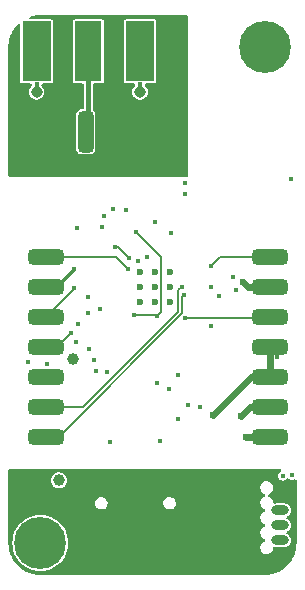
<source format=gbr>
%TF.GenerationSoftware,KiCad,Pcbnew,7.0.2*%
%TF.CreationDate,2023-10-19T19:02:44-04:00*%
%TF.ProjectId,XBee_Joint,58426565-5f4a-46f6-996e-742e6b696361,rev?*%
%TF.SameCoordinates,Original*%
%TF.FileFunction,Copper,L4,Bot*%
%TF.FilePolarity,Positive*%
%FSLAX46Y46*%
G04 Gerber Fmt 4.6, Leading zero omitted, Abs format (unit mm)*
G04 Created by KiCad (PCBNEW 7.0.2) date 2023-10-19 19:02:44*
%MOMM*%
%LPD*%
G01*
G04 APERTURE LIST*
G04 Aperture macros list*
%AMRoundRect*
0 Rectangle with rounded corners*
0 $1 Rounding radius*
0 $2 $3 $4 $5 $6 $7 $8 $9 X,Y pos of 4 corners*
0 Add a 4 corners polygon primitive as box body*
4,1,4,$2,$3,$4,$5,$6,$7,$8,$9,$2,$3,0*
0 Add four circle primitives for the rounded corners*
1,1,$1+$1,$2,$3*
1,1,$1+$1,$4,$5*
1,1,$1+$1,$6,$7*
1,1,$1+$1,$8,$9*
0 Add four rect primitives between the rounded corners*
20,1,$1+$1,$2,$3,$4,$5,0*
20,1,$1+$1,$4,$5,$6,$7,0*
20,1,$1+$1,$6,$7,$8,$9,0*
20,1,$1+$1,$8,$9,$2,$3,0*%
G04 Aperture macros list end*
%TA.AperFunction,ComponentPad*%
%ADD10C,4.400000*%
%TD*%
%TA.AperFunction,ComponentPad*%
%ADD11O,1.000000X1.800000*%
%TD*%
%TA.AperFunction,ComponentPad*%
%ADD12O,1.000000X2.100000*%
%TD*%
%TA.AperFunction,SMDPad,CuDef*%
%ADD13RoundRect,0.322500X1.177500X0.322500X-1.177500X0.322500X-1.177500X-0.322500X1.177500X-0.322500X0*%
%TD*%
%TA.AperFunction,SMDPad,CuDef*%
%ADD14RoundRect,0.325000X1.175000X0.325000X-1.175000X0.325000X-1.175000X-0.325000X1.175000X-0.325000X0*%
%TD*%
%TA.AperFunction,SMDPad,CuDef*%
%ADD15RoundRect,0.325000X0.325000X-1.425000X0.325000X1.425000X-0.325000X1.425000X-0.325000X-1.425000X0*%
%TD*%
%TA.AperFunction,ComponentPad*%
%ADD16C,0.600000*%
%TD*%
%TA.AperFunction,SMDPad,CuDef*%
%ADD17O,1.500000X0.800000*%
%TD*%
%TA.AperFunction,SMDPad,CuDef*%
%ADD18R,2.290000X5.080000*%
%TD*%
%TA.AperFunction,SMDPad,CuDef*%
%ADD19R,0.460000X0.950000*%
%TD*%
%TA.AperFunction,ComponentPad*%
%ADD20C,0.970000*%
%TD*%
%TA.AperFunction,SMDPad,CuDef*%
%ADD21R,2.420000X5.080000*%
%TD*%
%TA.AperFunction,ViaPad*%
%ADD22C,0.450000*%
%TD*%
%TA.AperFunction,ViaPad*%
%ADD23C,1.000000*%
%TD*%
%TA.AperFunction,ViaPad*%
%ADD24C,0.600000*%
%TD*%
%TA.AperFunction,Conductor*%
%ADD25C,0.600000*%
%TD*%
%TA.AperFunction,Conductor*%
%ADD26C,0.200000*%
%TD*%
%TA.AperFunction,Conductor*%
%ADD27C,0.420000*%
%TD*%
%TA.AperFunction,Conductor*%
%ADD28C,0.250000*%
%TD*%
G04 APERTURE END LIST*
D10*
%TO.P,H2,1*%
%TO.N,N/C*%
X88290000Y-104970000D03*
%TD*%
%TO.P,H1,1*%
%TO.N,N/C*%
X69290000Y-146970000D03*
%TD*%
D11*
%TO.P,J2,S1,SHIELD*%
%TO.N,GND*%
X73020000Y-147295000D03*
D12*
X81660000Y-143115000D03*
D11*
X81660000Y-147295000D03*
D12*
X73020000Y-143115000D03*
%TD*%
D13*
%TO.P,U3,1,SW*%
%TO.N,/DRF_SW*%
X88750000Y-122765000D03*
D14*
%TO.P,U3,2,GND*%
%TO.N,GND*%
X88750000Y-125310000D03*
%TO.P,U3,3,TXEN*%
%TO.N,/DRF_TXEN*%
X88750000Y-127850000D03*
%TO.P,U3,4,GND*%
%TO.N,GND*%
X88750000Y-130390000D03*
%TO.P,U3,5,GND*%
X88750000Y-132930000D03*
%TO.P,U3,6,VDD*%
%TO.N,VBUS*%
X88750000Y-135470000D03*
%TO.P,U3,7,VDD*%
X88750000Y-138010000D03*
%TO.P,U3,8,DIO1*%
%TO.N,/DRF_DIO1*%
X69750000Y-138010000D03*
%TO.P,U3,9,BUSY*%
%TO.N,/DRF_BUSY*%
X69750000Y-135470000D03*
%TO.P,U3,10,RST*%
%TO.N,unconnected-(U3-RST-Pad10)*%
X69750000Y-132930000D03*
%TO.P,U3,11,MISO*%
%TO.N,/DRF_MISO*%
X69750000Y-130390000D03*
%TO.P,U3,12,MOSI*%
%TO.N,/DRF_MOSI*%
X69750000Y-127850000D03*
%TO.P,U3,13,SCK*%
%TO.N,/DRF_CLK*%
X69750000Y-125310000D03*
D13*
%TO.P,U3,14,NSS*%
%TO.N,/DRF_CS*%
X69750000Y-122765000D03*
D15*
%TO.P,U3,15,GND*%
%TO.N,GND*%
X70580000Y-112160000D03*
%TO.P,U3,16,ANT*%
%TO.N,Net-(AE1-A)*%
X73120000Y-112160000D03*
%TO.P,U3,17,GND*%
%TO.N,GND*%
X75660000Y-112160000D03*
%TD*%
D16*
%TO.P,U1,57,GND*%
%TO.N,GND*%
X80260000Y-126585000D03*
X78985000Y-126585000D03*
X77710000Y-126585000D03*
X80260000Y-125310000D03*
X78985000Y-125310000D03*
X77710000Y-125310000D03*
X80260000Y-124035000D03*
X78985000Y-124035000D03*
X77710000Y-124035000D03*
%TD*%
D17*
%TO.P,J1,5,Pin_5*%
%TO.N,unconnected-(J1-Pin_5-Pad5)*%
X89609500Y-146745000D03*
%TO.P,J1,6,Pin_6*%
%TO.N,unconnected-(J1-Pin_6-Pad6)*%
X89609500Y-145475000D03*
%TO.P,J1,7,Pin_7*%
%TO.N,unconnected-(J1-Pin_7-Pad7)*%
X89609500Y-144205000D03*
%TO.P,J1,8,Pin_8*%
%TO.N,GND*%
X89609500Y-142935000D03*
%TD*%
D18*
%TO.P,AE1,1,A*%
%TO.N,Net-(AE1-A)*%
X73350000Y-105360000D03*
D19*
%TO.P,AE1,2*%
%TO.N,N/C*%
X68970000Y-108350000D03*
D20*
X77730000Y-108800000D03*
D21*
X68970000Y-105360000D03*
D19*
X77730000Y-108350000D03*
D21*
X77730000Y-105360000D03*
D20*
X68970000Y-108800000D03*
%TD*%
D22*
%TO.N,+3V3*%
X75450000Y-118690000D03*
D23*
%TO.N,GND*%
X68500000Y-141980000D03*
D22*
X89358500Y-131270000D03*
X81160000Y-102840000D03*
X81210000Y-103870000D03*
X81260000Y-104990000D03*
X81290000Y-106130000D03*
X81270000Y-107270000D03*
X81270000Y-108640000D03*
X81320000Y-110060000D03*
X81260000Y-111500000D03*
X81240000Y-112880000D03*
X81270000Y-114310000D03*
X81300000Y-115580000D03*
X80110000Y-115630000D03*
X78780000Y-115630000D03*
X77410000Y-115480000D03*
X75970000Y-115670000D03*
X74470000Y-115690000D03*
X72850000Y-115650000D03*
X71180000Y-115650000D03*
X69410000Y-115670000D03*
X68160000Y-115650000D03*
X66930000Y-115630000D03*
X71610000Y-102570000D03*
X71520000Y-103550000D03*
X71520000Y-104450000D03*
X71530000Y-105290000D03*
X71550000Y-106160000D03*
X71570000Y-107020000D03*
X71580000Y-107930000D03*
X72340000Y-108480000D03*
X72410000Y-109370000D03*
X71990000Y-110120000D03*
X71830000Y-111080000D03*
X71830000Y-112070000D03*
X71830000Y-113110000D03*
X71940000Y-114120000D03*
X72560000Y-114590000D03*
X73550000Y-114550000D03*
X74290000Y-114040000D03*
X74360000Y-113000000D03*
X74360000Y-112020000D03*
X74330000Y-111070000D03*
X74330000Y-110080000D03*
X74220000Y-109260000D03*
X74230000Y-108460000D03*
X75130000Y-107790000D03*
X75120000Y-106930000D03*
X75120000Y-106080000D03*
X75110000Y-105230000D03*
X75120000Y-104400000D03*
X75110000Y-103560000D03*
X75030000Y-102610000D03*
X69880000Y-131790000D03*
%TO.N,+3V3*%
X68270000Y-131660000D03*
D23*
X72080000Y-131400000D03*
X70870000Y-141670000D03*
D22*
%TO.N,GND*%
X85680000Y-141160000D03*
X84140000Y-141210000D03*
X82580000Y-140930000D03*
X85990000Y-146330000D03*
X85990000Y-142500000D03*
%TO.N,/RP_SWD*%
X90600000Y-141260000D03*
%TO.N,/RP_SWCLK*%
X89810000Y-141300000D03*
%TO.N,+1V1*%
X77380000Y-120630000D03*
%TO.N,GND*%
X76570000Y-118760000D03*
X79030000Y-119820000D03*
X81500000Y-116470000D03*
X81540000Y-117420000D03*
X90487200Y-116202800D03*
X84400000Y-126030000D03*
%TO.N,+3V3*%
X83760000Y-125300000D03*
X85890000Y-125580000D03*
X83780000Y-128570000D03*
%TO.N,GND*%
X80930000Y-136440000D03*
D24*
%TO.N,VBUS*%
X86720000Y-138040000D03*
X86300000Y-136250000D03*
D22*
%TO.N,GND*%
X79190000Y-133470000D03*
X80160000Y-133960000D03*
X81760000Y-135320000D03*
%TO.N,+3V3*%
X82850000Y-135430000D03*
D24*
%TO.N,GND*%
X83890000Y-136150000D03*
X86420000Y-124880000D03*
D22*
X80330000Y-120770000D03*
%TO.N,+3V3*%
X72390000Y-120330000D03*
%TO.N,GND*%
X74720000Y-119280000D03*
X74490000Y-120220000D03*
%TO.N,Net-(U1-RUN)*%
X75590000Y-121880000D03*
X76790000Y-122830000D03*
%TO.N,/RP_SWD*%
X77570000Y-123090000D03*
%TO.N,/RP_SWCLK*%
X78280000Y-122740000D03*
%TO.N,+1V1*%
X79180000Y-127730000D03*
X77180000Y-127700000D03*
%TO.N,+3V3*%
X73400000Y-130550000D03*
%TO.N,GND*%
X74960000Y-132520000D03*
X73980000Y-132440000D03*
%TO.N,+3V3*%
X73860000Y-131490000D03*
%TO.N,GND*%
X72350000Y-129930000D03*
X72520000Y-128430000D03*
%TO.N,+3V3*%
X73340000Y-127500000D03*
X73290000Y-126180000D03*
%TO.N,GND*%
X85580000Y-124480000D03*
%TO.N,/DRF_DIO1*%
X81421500Y-125990000D03*
%TO.N,/DRF_BUSY*%
X81250000Y-125280000D03*
%TO.N,/DRF_SW*%
X83780000Y-123520000D03*
%TO.N,/DRF_TXEN*%
X81565483Y-127915483D03*
%TO.N,GND*%
X74300000Y-127150000D03*
%TO.N,/DRF_MISO*%
X71900000Y-129220000D03*
%TO.N,/DRF_MOSI*%
X72115000Y-125395000D03*
%TO.N,/DRF_CS*%
X76690000Y-123740000D03*
%TO.N,/DRF_CLK*%
X72140000Y-123770000D03*
%TO.N,GND*%
X79430000Y-138370000D03*
X75230000Y-138390000D03*
%TO.N,+3V3*%
X80950000Y-132765000D03*
%TD*%
D25*
%TO.N,GND*%
X88750000Y-131780000D02*
X88750000Y-130390000D01*
X88750000Y-132930000D02*
X88750000Y-131780000D01*
D26*
%TO.N,+1V1*%
X79512000Y-127398000D02*
X79512000Y-122762000D01*
X79180000Y-127730000D02*
X79512000Y-127398000D01*
X79512000Y-122762000D02*
X77380000Y-120630000D01*
X79150000Y-127700000D02*
X79180000Y-127730000D01*
X77180000Y-127700000D02*
X79150000Y-127700000D01*
D27*
%TO.N,Net-(AE1-A)*%
X73350000Y-111930000D02*
X73350000Y-105360000D01*
X73120000Y-112160000D02*
X73350000Y-111930000D01*
D25*
%TO.N,GND*%
X86850000Y-125310000D02*
X88750000Y-125310000D01*
X86420000Y-124880000D02*
X86850000Y-125310000D01*
D26*
%TO.N,/DRF_TXEN*%
X81570966Y-127910000D02*
X88690000Y-127910000D01*
X81565483Y-127915483D02*
X81570966Y-127910000D01*
X88690000Y-127910000D02*
X88750000Y-127850000D01*
%TO.N,/DRF_DIO1*%
X81297000Y-127545448D02*
X70832448Y-138010000D01*
X70832448Y-138010000D02*
X69750000Y-138010000D01*
X81297000Y-126114500D02*
X81297000Y-127545448D01*
X81421500Y-125990000D02*
X81297000Y-126114500D01*
D25*
%TO.N,VBUS*%
X86750000Y-138010000D02*
X86720000Y-138040000D01*
X88750000Y-138010000D02*
X86750000Y-138010000D01*
X87080000Y-135470000D02*
X86300000Y-136250000D01*
X88750000Y-135470000D02*
X87080000Y-135470000D01*
%TO.N,GND*%
X87110000Y-132930000D02*
X83890000Y-136150000D01*
X88750000Y-132930000D02*
X87110000Y-132930000D01*
D26*
%TO.N,Net-(U1-RUN)*%
X75590000Y-121880000D02*
X75840000Y-121880000D01*
X75840000Y-121880000D02*
X76790000Y-122830000D01*
%TO.N,/DRF_BUSY*%
X80970000Y-127410000D02*
X72910000Y-135470000D01*
X81250000Y-125280000D02*
X80970000Y-125560000D01*
X80970000Y-125560000D02*
X80970000Y-127410000D01*
X72910000Y-135470000D02*
X69750000Y-135470000D01*
%TO.N,/DRF_SW*%
X83780000Y-123520000D02*
X84535000Y-122765000D01*
X84535000Y-122765000D02*
X88750000Y-122765000D01*
%TO.N,/DRF_MOSI*%
X72115000Y-125485000D02*
X69750000Y-127850000D01*
X72115000Y-125395000D02*
X72115000Y-125485000D01*
%TO.N,/DRF_MISO*%
X70730000Y-130390000D02*
X71900000Y-129220000D01*
X69750000Y-130390000D02*
X70730000Y-130390000D01*
D28*
%TO.N,/DRF_CLK*%
X70600000Y-125310000D02*
X69750000Y-125310000D01*
X72140000Y-123770000D02*
X70600000Y-125310000D01*
D26*
%TO.N,/DRF_CS*%
X75715000Y-122765000D02*
X76690000Y-123740000D01*
X69750000Y-122765000D02*
X75715000Y-122765000D01*
%TD*%
%TA.AperFunction,Conductor*%
%TO.N,GND*%
G36*
X89647317Y-140729685D02*
G01*
X89693072Y-140782489D01*
X89703016Y-140851647D01*
X89673991Y-140915203D01*
X89636573Y-140944485D01*
X89574631Y-140976045D01*
X89486045Y-141064631D01*
X89429167Y-141176261D01*
X89409569Y-141299999D01*
X89429167Y-141423738D01*
X89486045Y-141535368D01*
X89574631Y-141623954D01*
X89574633Y-141623955D01*
X89686260Y-141680832D01*
X89810000Y-141700430D01*
X89933740Y-141680832D01*
X90045367Y-141623955D01*
X90085368Y-141583954D01*
X90137319Y-141532004D01*
X90198642Y-141498519D01*
X90268334Y-141503503D01*
X90312681Y-141532004D01*
X90364631Y-141583954D01*
X90364633Y-141583955D01*
X90476260Y-141640832D01*
X90600000Y-141660430D01*
X90723740Y-141640832D01*
X90809205Y-141597284D01*
X90877874Y-141584389D01*
X90942615Y-141610665D01*
X90982872Y-141667772D01*
X90989500Y-141707770D01*
X90989500Y-146966519D01*
X90989305Y-146973472D01*
X90972916Y-147265296D01*
X90971359Y-147279114D01*
X90922984Y-147563827D01*
X90919890Y-147577384D01*
X90839939Y-147854899D01*
X90835346Y-147868024D01*
X90724830Y-148134834D01*
X90718797Y-148147362D01*
X90579100Y-148400125D01*
X90571702Y-148411899D01*
X90404584Y-148647430D01*
X90395914Y-148658302D01*
X90203475Y-148873642D01*
X90193642Y-148883475D01*
X89978302Y-149075914D01*
X89967430Y-149084584D01*
X89731899Y-149251702D01*
X89720125Y-149259100D01*
X89467362Y-149398797D01*
X89454834Y-149404830D01*
X89188024Y-149515346D01*
X89174899Y-149519939D01*
X88897384Y-149599890D01*
X88883827Y-149602984D01*
X88599114Y-149651359D01*
X88585296Y-149652916D01*
X88293472Y-149669305D01*
X88286519Y-149669500D01*
X69293481Y-149669500D01*
X69286528Y-149669305D01*
X68994703Y-149652916D01*
X68980885Y-149651359D01*
X68696172Y-149602984D01*
X68682615Y-149599890D01*
X68405100Y-149519939D01*
X68391975Y-149515346D01*
X68125165Y-149404830D01*
X68112637Y-149398797D01*
X67859874Y-149259100D01*
X67848100Y-149251702D01*
X67612569Y-149084584D01*
X67601697Y-149075914D01*
X67386357Y-148883475D01*
X67376524Y-148873642D01*
X67361596Y-148856938D01*
X67184085Y-148658302D01*
X67175415Y-148647430D01*
X67008297Y-148411899D01*
X67000899Y-148400125D01*
X66865101Y-148154416D01*
X66861198Y-148147355D01*
X66855172Y-148134841D01*
X66753619Y-147889670D01*
X66744653Y-147868024D01*
X66740060Y-147854899D01*
X66660109Y-147577384D01*
X66657015Y-147563827D01*
X66644991Y-147493058D01*
X66608638Y-147279103D01*
X66607084Y-147265306D01*
X66590695Y-146973472D01*
X66590598Y-146970000D01*
X66914414Y-146970000D01*
X66934737Y-147280076D01*
X66935527Y-147284047D01*
X66935528Y-147284055D01*
X66994567Y-147580863D01*
X66994569Y-147580870D01*
X66995360Y-147584847D01*
X66996660Y-147588678D01*
X66996664Y-147588691D01*
X67086990Y-147854780D01*
X67095245Y-147879097D01*
X67097038Y-147882733D01*
X67097041Y-147882740D01*
X67230886Y-148154153D01*
X67230892Y-148154164D01*
X67232682Y-148157793D01*
X67234933Y-148161162D01*
X67234936Y-148161167D01*
X67403061Y-148412783D01*
X67405321Y-148416165D01*
X67407996Y-148419215D01*
X67408002Y-148419223D01*
X67452929Y-148470452D01*
X67610207Y-148649793D01*
X67613255Y-148652466D01*
X67840776Y-148851997D01*
X67840782Y-148852001D01*
X67843835Y-148854679D01*
X68102207Y-149027318D01*
X68105840Y-149029109D01*
X68105846Y-149029113D01*
X68377259Y-149162958D01*
X68380903Y-149164755D01*
X68592195Y-149236479D01*
X68671308Y-149263335D01*
X68671310Y-149263335D01*
X68675153Y-149264640D01*
X68979924Y-149325263D01*
X69290000Y-149345586D01*
X69600076Y-149325263D01*
X69904847Y-149264640D01*
X70199097Y-149164755D01*
X70477793Y-149027318D01*
X70736165Y-148854679D01*
X70969793Y-148649793D01*
X71174679Y-148416165D01*
X71347318Y-148157793D01*
X71484755Y-147879097D01*
X71584640Y-147584847D01*
X71617844Y-147417922D01*
X87900118Y-147417922D01*
X87930907Y-147566083D01*
X87930907Y-147566084D01*
X87930908Y-147566085D01*
X88000529Y-147700447D01*
X88055474Y-147759278D01*
X88103821Y-147811045D01*
X88127434Y-147825404D01*
X88233118Y-147889672D01*
X88378835Y-147930500D01*
X88378837Y-147930500D01*
X88487921Y-147930500D01*
X88492158Y-147930500D01*
X88604420Y-147915070D01*
X88743220Y-147854780D01*
X88860608Y-147759278D01*
X88947877Y-147635647D01*
X88998554Y-147493056D01*
X89003576Y-147419622D01*
X89027789Y-147354085D01*
X89083592Y-147312040D01*
X89143469Y-147305147D01*
X89222106Y-147315500D01*
X89226159Y-147315500D01*
X89992841Y-147315500D01*
X89996894Y-147315500D01*
X90108430Y-147300816D01*
X90247211Y-147243331D01*
X90366386Y-147151886D01*
X90457831Y-147032712D01*
X90515316Y-146893930D01*
X90534923Y-146745000D01*
X90515316Y-146596070D01*
X90457831Y-146457289D01*
X90382517Y-146359136D01*
X90366386Y-146338113D01*
X90247210Y-146246668D01*
X90193838Y-146224561D01*
X90139434Y-146180721D01*
X90117369Y-146114426D01*
X90134648Y-146046727D01*
X90185785Y-145999116D01*
X90193838Y-145995439D01*
X90229080Y-145980841D01*
X90247211Y-145973331D01*
X90366386Y-145881886D01*
X90457831Y-145762712D01*
X90515316Y-145623930D01*
X90534923Y-145475000D01*
X90515316Y-145326070D01*
X90457831Y-145187289D01*
X90436552Y-145159558D01*
X90366386Y-145068113D01*
X90247210Y-144976668D01*
X90193838Y-144954561D01*
X90139434Y-144910721D01*
X90117369Y-144844426D01*
X90134648Y-144776727D01*
X90185785Y-144729116D01*
X90193838Y-144725439D01*
X90229080Y-144710841D01*
X90247211Y-144703331D01*
X90366386Y-144611886D01*
X90457831Y-144492712D01*
X90515316Y-144353930D01*
X90534923Y-144205000D01*
X90515316Y-144056070D01*
X90457831Y-143917289D01*
X90413135Y-143859039D01*
X90366386Y-143798113D01*
X90247211Y-143706669D01*
X90190204Y-143683056D01*
X90108430Y-143649184D01*
X90050249Y-143641524D01*
X90000913Y-143635029D01*
X90000911Y-143635028D01*
X89996894Y-143634500D01*
X89222106Y-143634500D01*
X89218092Y-143635028D01*
X89218083Y-143635029D01*
X89149438Y-143644066D01*
X89080403Y-143633300D01*
X89028147Y-143586919D01*
X89011848Y-143546355D01*
X88978093Y-143383916D01*
X88910229Y-143252946D01*
X88908471Y-143249553D01*
X88805180Y-143138956D01*
X88805179Y-143138955D01*
X88805178Y-143138954D01*
X88718981Y-143086537D01*
X88675882Y-143060328D01*
X88653157Y-143053960D01*
X88593916Y-143016920D01*
X88564105Y-142953729D01*
X88573189Y-142884453D01*
X88618285Y-142831085D01*
X88637209Y-142820827D01*
X88743220Y-142774780D01*
X88860608Y-142679278D01*
X88947877Y-142555647D01*
X88998554Y-142413056D01*
X89008881Y-142262079D01*
X89001355Y-142225864D01*
X88978092Y-142113916D01*
X88978092Y-142113915D01*
X88908471Y-141979553D01*
X88805180Y-141868956D01*
X88805179Y-141868955D01*
X88805178Y-141868954D01*
X88718981Y-141816537D01*
X88675882Y-141790328D01*
X88530165Y-141749500D01*
X88416842Y-141749500D01*
X88412658Y-141750075D01*
X88412644Y-141750076D01*
X88304579Y-141764930D01*
X88165780Y-141825219D01*
X88048392Y-141920721D01*
X87961121Y-142044354D01*
X87910446Y-142186942D01*
X87900118Y-142337922D01*
X87930907Y-142486083D01*
X87930907Y-142486084D01*
X87930908Y-142486085D01*
X88000529Y-142620447D01*
X88055474Y-142679278D01*
X88103821Y-142731045D01*
X88168468Y-142770358D01*
X88233118Y-142809672D01*
X88255840Y-142816038D01*
X88315081Y-142853078D01*
X88344894Y-142916268D01*
X88335811Y-142985544D01*
X88290716Y-143038913D01*
X88271788Y-143049173D01*
X88165779Y-143095220D01*
X88048392Y-143190721D01*
X87961121Y-143314354D01*
X87910446Y-143456942D01*
X87900118Y-143607922D01*
X87930907Y-143756083D01*
X87930907Y-143756084D01*
X87930908Y-143756085D01*
X88000529Y-143890447D01*
X88025598Y-143917289D01*
X88103821Y-144001045D01*
X88168468Y-144040357D01*
X88233118Y-144079672D01*
X88255840Y-144086038D01*
X88315081Y-144123078D01*
X88344894Y-144186268D01*
X88335811Y-144255544D01*
X88290716Y-144308913D01*
X88271788Y-144319173D01*
X88165779Y-144365220D01*
X88048392Y-144460721D01*
X87961121Y-144584354D01*
X87910446Y-144726942D01*
X87900118Y-144877922D01*
X87930907Y-145026083D01*
X87930907Y-145026084D01*
X87930908Y-145026085D01*
X88000529Y-145160447D01*
X88025598Y-145187289D01*
X88103821Y-145271045D01*
X88130935Y-145287533D01*
X88233118Y-145349672D01*
X88255840Y-145356038D01*
X88315081Y-145393078D01*
X88344894Y-145456268D01*
X88335811Y-145525544D01*
X88290716Y-145578913D01*
X88271788Y-145589173D01*
X88165779Y-145635220D01*
X88048392Y-145730721D01*
X87961121Y-145854354D01*
X87910446Y-145996942D01*
X87900118Y-146147922D01*
X87930907Y-146296083D01*
X87930907Y-146296084D01*
X87930908Y-146296085D01*
X88000529Y-146430447D01*
X88025598Y-146457289D01*
X88103821Y-146541045D01*
X88168468Y-146580357D01*
X88233118Y-146619672D01*
X88255840Y-146626038D01*
X88315081Y-146663078D01*
X88344894Y-146726268D01*
X88335811Y-146795544D01*
X88290716Y-146848913D01*
X88271788Y-146859173D01*
X88165779Y-146905220D01*
X88048392Y-147000721D01*
X87961121Y-147124354D01*
X87910446Y-147266942D01*
X87900118Y-147417922D01*
X71617844Y-147417922D01*
X71645263Y-147280076D01*
X71665586Y-146970000D01*
X71645263Y-146659924D01*
X71584640Y-146355153D01*
X71484755Y-146060903D01*
X71445273Y-145980841D01*
X71349113Y-145785846D01*
X71349109Y-145785840D01*
X71347318Y-145782207D01*
X71174679Y-145523835D01*
X71172001Y-145520782D01*
X71171997Y-145520776D01*
X70972466Y-145293255D01*
X70969793Y-145290207D01*
X70947942Y-145271044D01*
X70739223Y-145088002D01*
X70739215Y-145087996D01*
X70736165Y-145085321D01*
X70710413Y-145068114D01*
X70481167Y-144914936D01*
X70481162Y-144914933D01*
X70477793Y-144912682D01*
X70474164Y-144910892D01*
X70474153Y-144910886D01*
X70202740Y-144777041D01*
X70202733Y-144777038D01*
X70199097Y-144775245D01*
X70156591Y-144760816D01*
X69908691Y-144676664D01*
X69908678Y-144676660D01*
X69904847Y-144675360D01*
X69900870Y-144674569D01*
X69900863Y-144674567D01*
X69604055Y-144615528D01*
X69604047Y-144615527D01*
X69600076Y-144614737D01*
X69290000Y-144594414D01*
X69285957Y-144594679D01*
X68983966Y-144614472D01*
X68983964Y-144614472D01*
X68979924Y-144614737D01*
X68975954Y-144615526D01*
X68975944Y-144615528D01*
X68679136Y-144674567D01*
X68679125Y-144674569D01*
X68675153Y-144675360D01*
X68671324Y-144676659D01*
X68671308Y-144676664D01*
X68384749Y-144773939D01*
X68384742Y-144773941D01*
X68380903Y-144775245D01*
X68377271Y-144777035D01*
X68377259Y-144777041D01*
X68105846Y-144910886D01*
X68105828Y-144910895D01*
X68102207Y-144912682D01*
X68098844Y-144914928D01*
X68098832Y-144914936D01*
X67847216Y-145083061D01*
X67847207Y-145083067D01*
X67843835Y-145085321D01*
X67840791Y-145087990D01*
X67840776Y-145088002D01*
X67613255Y-145287533D01*
X67613247Y-145287540D01*
X67610207Y-145290207D01*
X67607540Y-145293247D01*
X67607533Y-145293255D01*
X67408002Y-145520776D01*
X67407990Y-145520791D01*
X67405321Y-145523835D01*
X67403067Y-145527207D01*
X67403061Y-145527216D01*
X67234936Y-145778832D01*
X67234928Y-145778844D01*
X67232682Y-145782207D01*
X67230895Y-145785828D01*
X67230886Y-145785846D01*
X67097041Y-146057259D01*
X67097035Y-146057271D01*
X67095245Y-146060903D01*
X67093941Y-146064742D01*
X67093939Y-146064749D01*
X66996664Y-146351308D01*
X66996659Y-146351324D01*
X66995360Y-146355153D01*
X66994569Y-146359125D01*
X66994567Y-146359136D01*
X66935528Y-146655944D01*
X66935526Y-146655954D01*
X66934737Y-146659924D01*
X66914414Y-146970000D01*
X66590598Y-146970000D01*
X66590500Y-146966519D01*
X66590500Y-146871051D01*
X66590499Y-146871042D01*
X66590499Y-143651197D01*
X73920796Y-143651197D01*
X73950186Y-143792634D01*
X74016646Y-143920896D01*
X74115244Y-144026469D01*
X74238670Y-144101526D01*
X74377772Y-144140500D01*
X74481712Y-144140500D01*
X74485949Y-144140500D01*
X74593111Y-144125771D01*
X74725609Y-144068219D01*
X74837665Y-143977054D01*
X74920971Y-143859037D01*
X74969346Y-143722921D01*
X74974252Y-143651197D01*
X79700796Y-143651197D01*
X79730186Y-143792634D01*
X79796646Y-143920896D01*
X79895244Y-144026469D01*
X80018670Y-144101526D01*
X80157772Y-144140500D01*
X80261712Y-144140500D01*
X80265949Y-144140500D01*
X80373111Y-144125771D01*
X80505609Y-144068219D01*
X80617665Y-143977054D01*
X80700971Y-143859037D01*
X80749346Y-143722921D01*
X80759204Y-143578801D01*
X80729814Y-143437366D01*
X80663354Y-143309105D01*
X80663353Y-143309103D01*
X80564755Y-143203530D01*
X80441329Y-143128473D01*
X80302228Y-143089500D01*
X80194051Y-143089500D01*
X80189867Y-143090075D01*
X80189853Y-143090076D01*
X80086889Y-143104229D01*
X79954391Y-143161781D01*
X79842333Y-143252946D01*
X79759030Y-143370960D01*
X79710653Y-143507081D01*
X79700796Y-143651197D01*
X74974252Y-143651197D01*
X74979204Y-143578801D01*
X74949814Y-143437366D01*
X74883354Y-143309105D01*
X74883353Y-143309103D01*
X74784755Y-143203530D01*
X74661329Y-143128473D01*
X74522228Y-143089500D01*
X74414051Y-143089500D01*
X74409867Y-143090075D01*
X74409853Y-143090076D01*
X74306889Y-143104229D01*
X74174391Y-143161781D01*
X74062333Y-143252946D01*
X73979030Y-143370960D01*
X73930653Y-143507081D01*
X73920796Y-143651197D01*
X66590499Y-143651197D01*
X66590499Y-141670000D01*
X70194574Y-141670000D01*
X70214202Y-141831640D01*
X70271941Y-141983886D01*
X70364437Y-142117891D01*
X70486312Y-142225862D01*
X70486313Y-142225862D01*
X70486315Y-142225864D01*
X70630491Y-142301533D01*
X70788587Y-142340500D01*
X70788588Y-142340500D01*
X70951412Y-142340500D01*
X70951413Y-142340500D01*
X71109509Y-142301533D01*
X71253685Y-142225864D01*
X71375563Y-142117890D01*
X71468059Y-141983886D01*
X71525798Y-141831640D01*
X71545425Y-141670000D01*
X71525798Y-141508360D01*
X71468059Y-141356114D01*
X71426549Y-141295977D01*
X71375562Y-141222108D01*
X71253687Y-141114137D01*
X71109507Y-141038466D01*
X71003124Y-141012245D01*
X70951413Y-140999500D01*
X70788587Y-140999500D01*
X70749621Y-141009104D01*
X70630492Y-141038466D01*
X70486312Y-141114137D01*
X70364437Y-141222108D01*
X70271941Y-141356113D01*
X70214202Y-141508359D01*
X70194574Y-141670000D01*
X66590499Y-141670000D01*
X66590499Y-140834000D01*
X66610184Y-140766961D01*
X66662988Y-140721206D01*
X66714499Y-140710000D01*
X89580278Y-140710000D01*
X89647317Y-140729685D01*
G37*
%TD.AperFunction*%
%TD*%
%TA.AperFunction,Conductor*%
%TO.N,GND*%
G36*
X81723039Y-102290185D02*
G01*
X81768794Y-102342989D01*
X81780000Y-102394500D01*
X81780000Y-115866000D01*
X81760315Y-115933039D01*
X81707511Y-115978794D01*
X81656000Y-115990000D01*
X66714499Y-115990000D01*
X66647460Y-115970315D01*
X66601705Y-115917511D01*
X66590499Y-115866000D01*
X66590499Y-104973480D01*
X66590694Y-104966527D01*
X66593654Y-104913827D01*
X66607084Y-104674694D01*
X66608638Y-104660896D01*
X66657015Y-104376167D01*
X66660109Y-104362615D01*
X66731563Y-104114596D01*
X66740061Y-104085096D01*
X66744653Y-104071975D01*
X66855175Y-103805151D01*
X66861195Y-103792651D01*
X67000902Y-103539868D01*
X67008297Y-103528100D01*
X67049842Y-103469548D01*
X67175422Y-103292559D01*
X67184077Y-103281705D01*
X67373041Y-103070254D01*
X67432389Y-103033385D01*
X67502251Y-103034454D01*
X67560444Y-103073123D01*
X67588493Y-103137116D01*
X67589500Y-103152883D01*
X67589500Y-107916789D01*
X67599393Y-107966526D01*
X67637076Y-108022923D01*
X67693473Y-108060606D01*
X67693474Y-108060607D01*
X67743209Y-108070500D01*
X68445500Y-108070499D01*
X68512539Y-108090183D01*
X68558294Y-108142987D01*
X68569500Y-108194499D01*
X68569500Y-108223265D01*
X68549815Y-108290304D01*
X68527728Y-108316079D01*
X68475749Y-108362129D01*
X68385321Y-108493136D01*
X68328874Y-108641976D01*
X68309685Y-108800000D01*
X68328874Y-108958023D01*
X68385321Y-109106863D01*
X68475748Y-109237870D01*
X68594897Y-109343427D01*
X68594899Y-109343428D01*
X68735849Y-109417404D01*
X68890408Y-109455500D01*
X68890409Y-109455500D01*
X69049591Y-109455500D01*
X69049592Y-109455500D01*
X69204151Y-109417404D01*
X69345101Y-109343428D01*
X69464252Y-109237869D01*
X69554679Y-109106863D01*
X69611126Y-108958023D01*
X69630314Y-108800000D01*
X69611126Y-108641977D01*
X69554679Y-108493137D01*
X69464252Y-108362131D01*
X69412270Y-108316079D01*
X69375145Y-108256890D01*
X69370499Y-108223265D01*
X69370499Y-108194499D01*
X69390184Y-108127460D01*
X69442988Y-108081705D01*
X69494499Y-108070499D01*
X70196789Y-108070499D01*
X70196790Y-108070499D01*
X70246526Y-108060607D01*
X70302923Y-108022923D01*
X70340607Y-107966526D01*
X70350500Y-107916791D01*
X70350500Y-107916789D01*
X72034500Y-107916789D01*
X72044393Y-107966526D01*
X72082076Y-108022923D01*
X72138473Y-108060606D01*
X72138474Y-108060607D01*
X72188209Y-108070500D01*
X72845500Y-108070499D01*
X72912539Y-108090183D01*
X72958294Y-108142987D01*
X72969500Y-108194499D01*
X72969500Y-110115500D01*
X72949815Y-110182539D01*
X72897011Y-110228294D01*
X72845501Y-110239500D01*
X72750921Y-110239500D01*
X72750902Y-110239500D01*
X72747610Y-110239501D01*
X72744331Y-110239853D01*
X72744320Y-110239854D01*
X72688590Y-110245845D01*
X72555090Y-110295638D01*
X72441026Y-110381026D01*
X72355638Y-110495089D01*
X72305845Y-110628591D01*
X72299854Y-110684320D01*
X72299500Y-110687609D01*
X72299500Y-110690917D01*
X72299500Y-110690918D01*
X72299500Y-113629078D01*
X72299500Y-113629096D01*
X72299501Y-113632390D01*
X72299853Y-113635669D01*
X72299854Y-113635679D01*
X72305844Y-113691408D01*
X72305845Y-113691409D01*
X72355638Y-113824910D01*
X72441026Y-113938974D01*
X72555090Y-114024362D01*
X72688591Y-114074155D01*
X72747609Y-114080500D01*
X73492390Y-114080499D01*
X73551409Y-114074155D01*
X73684910Y-114024362D01*
X73798974Y-113938974D01*
X73884362Y-113824910D01*
X73934155Y-113691409D01*
X73940500Y-113632391D01*
X73940499Y-110687610D01*
X73934155Y-110628591D01*
X73884362Y-110495090D01*
X73798974Y-110381026D01*
X73798972Y-110381025D01*
X73798972Y-110381024D01*
X73780188Y-110366962D01*
X73738318Y-110311028D01*
X73730500Y-110267696D01*
X73730500Y-108194499D01*
X73750185Y-108127460D01*
X73802989Y-108081705D01*
X73854500Y-108070499D01*
X74511789Y-108070499D01*
X74511790Y-108070499D01*
X74561526Y-108060607D01*
X74617923Y-108022923D01*
X74655607Y-107966526D01*
X74665500Y-107916791D01*
X74665500Y-107916789D01*
X76349500Y-107916789D01*
X76359393Y-107966526D01*
X76397076Y-108022923D01*
X76453473Y-108060606D01*
X76453474Y-108060607D01*
X76503209Y-108070500D01*
X77205500Y-108070499D01*
X77272539Y-108090183D01*
X77318294Y-108142987D01*
X77329500Y-108194499D01*
X77329500Y-108223265D01*
X77309815Y-108290304D01*
X77287728Y-108316079D01*
X77235749Y-108362129D01*
X77145321Y-108493136D01*
X77088874Y-108641976D01*
X77069685Y-108800000D01*
X77088874Y-108958023D01*
X77145321Y-109106863D01*
X77235748Y-109237870D01*
X77354897Y-109343427D01*
X77354899Y-109343428D01*
X77495849Y-109417404D01*
X77650408Y-109455500D01*
X77650409Y-109455500D01*
X77809591Y-109455500D01*
X77809592Y-109455500D01*
X77964151Y-109417404D01*
X78105101Y-109343428D01*
X78224252Y-109237869D01*
X78314679Y-109106863D01*
X78371126Y-108958023D01*
X78390314Y-108800000D01*
X78371126Y-108641977D01*
X78314679Y-108493137D01*
X78224252Y-108362131D01*
X78172270Y-108316079D01*
X78135145Y-108256890D01*
X78130499Y-108223265D01*
X78130499Y-108194499D01*
X78150184Y-108127460D01*
X78202988Y-108081705D01*
X78254499Y-108070499D01*
X78956789Y-108070499D01*
X78956790Y-108070499D01*
X79006526Y-108060607D01*
X79062923Y-108022923D01*
X79100607Y-107966526D01*
X79110500Y-107916791D01*
X79110499Y-102803210D01*
X79100607Y-102753474D01*
X79088102Y-102734760D01*
X79062923Y-102697076D01*
X79006525Y-102659392D01*
X78956791Y-102649500D01*
X76503210Y-102649500D01*
X76453473Y-102659393D01*
X76397076Y-102697076D01*
X76359392Y-102753474D01*
X76349500Y-102803208D01*
X76349500Y-107916789D01*
X74665500Y-107916789D01*
X74665499Y-102803210D01*
X74655607Y-102753474D01*
X74643102Y-102734760D01*
X74617923Y-102697076D01*
X74561525Y-102659392D01*
X74511791Y-102649500D01*
X72188210Y-102649500D01*
X72138473Y-102659393D01*
X72082076Y-102697076D01*
X72044392Y-102753474D01*
X72034500Y-102803208D01*
X72034500Y-107916789D01*
X70350500Y-107916789D01*
X70350499Y-102803210D01*
X70340607Y-102753474D01*
X70328102Y-102734760D01*
X70302923Y-102697076D01*
X70246525Y-102659392D01*
X70196792Y-102649500D01*
X70196791Y-102649500D01*
X68487031Y-102649500D01*
X68419992Y-102629815D01*
X68374237Y-102577011D01*
X68364293Y-102507853D01*
X68393318Y-102444297D01*
X68452096Y-102406523D01*
X68452703Y-102406346D01*
X68493821Y-102394500D01*
X68682621Y-102340107D01*
X68696167Y-102337015D01*
X68980898Y-102288638D01*
X68994691Y-102287084D01*
X69286527Y-102270695D01*
X69293481Y-102270500D01*
X81656000Y-102270500D01*
X81723039Y-102290185D01*
G37*
%TD.AperFunction*%
%TD*%
M02*

</source>
